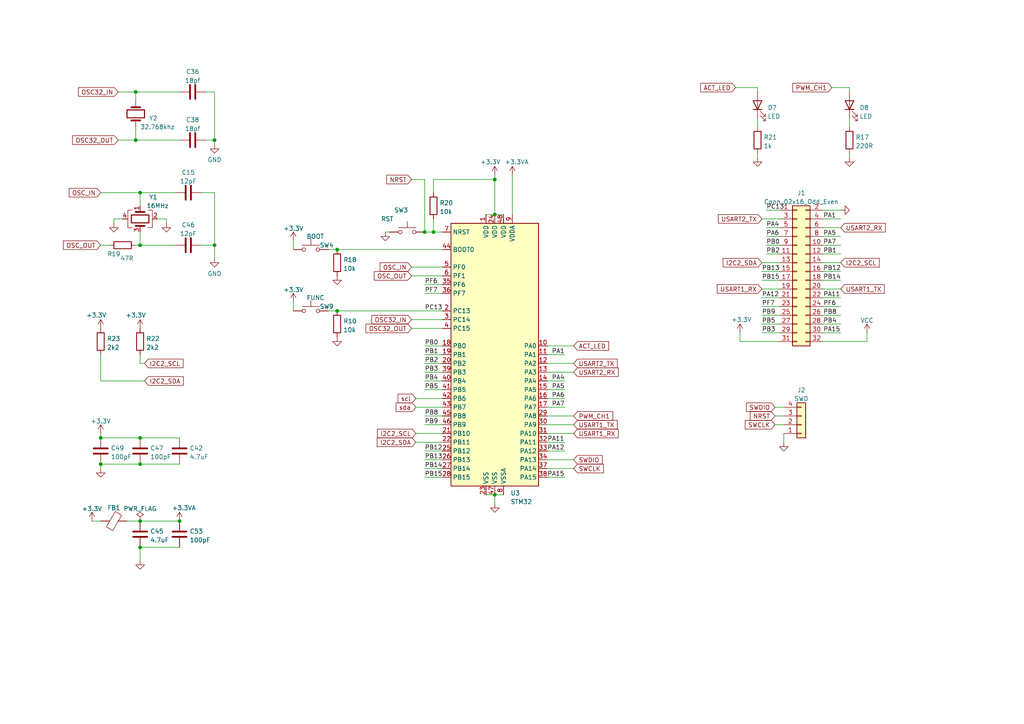
<source format=kicad_sch>
(kicad_sch (version 20211123) (generator eeschema)
  (paper "A4")
  (title_block (title "OzzyBoard Rev B") (date "2024-01-15") (rev "0.92"))
  (lib_symbols
    (symbol "Connector_Generic:Conn_01x04" (pin_names (offset 1.016) hide)
      (property "Reference" "J" (at 0 5.08 0))
      (property "Value" "Conn_01x04" (at 0 -7.62 0))
      (symbol "Conn_01x04_1_1"
        (rectangle (start -1.27 -4.953) (end 0 -5.207) (stroke (width 0.1524)))
        (rectangle (start -1.27 -2.413) (end 0 -2.667) (stroke (width 0.1524)))
        (rectangle (start -1.27 0.127) (end 0 -0.127) (stroke (width 0.1524)))
        (rectangle (start -1.27 2.667) (end 0 2.413) (stroke (width 0.1524)))
        (rectangle (start -1.27 3.81) (end 1.27 -6.35) (stroke (width 0.254)) (fill (type background)))
        (pin passive line (at -5.08 2.54 0) (length 3.81) (name "Pin_1") (number "1"))
        (pin passive line (at -5.08 0 0) (length 3.81) (name "Pin_2") (number "2"))
        (pin passive line (at -5.08 -2.54 0) (length 3.81) (name "Pin_3") (number "3"))
        (pin passive line (at -5.08 -5.08 0) (length 3.81) (name "Pin_4") (number "4"))
      )
    )
    (symbol "Connector_Generic:Conn_02x16_Odd_Even" (pin_names (offset 1.016) hide)
      (property "Reference" "J" (at 1.27 20.32 0))
      (property "Value" "Conn_02x16_Odd_Even" (at 1.27 -22.86 0))
      (symbol "Conn_02x16_Odd_Even_1_1"
        (rectangle (start -1.27 -20.193) (end 0 -20.447) (stroke (width 0.1524)))
        (rectangle (start -1.27 -17.653) (end 0 -17.907) (stroke (width 0.1524)))
        (rectangle (start -1.27 -15.113) (end 0 -15.367) (stroke (width 0.1524)))
        (rectangle (start -1.27 -12.573) (end 0 -12.827) (stroke (width 0.1524)))
        (rectangle (start -1.27 -10.033) (end 0 -10.287) (stroke (width 0.1524)))
        (rectangle (start -1.27 -7.493) (end 0 -7.747) (stroke (width 0.1524)))
        (rectangle (start -1.27 -4.953) (end 0 -5.207) (stroke (width 0.1524)))
        (rectangle (start -1.27 -2.413) (end 0 -2.667) (stroke (width 0.1524)))
        (rectangle (start -1.27 0.127) (end 0 -0.127) (stroke (width 0.1524)))
        (rectangle (start -1.27 2.667) (end 0 2.413) (stroke (width 0.1524)))
        (rectangle (start -1.27 5.207) (end 0 4.953) (stroke (width 0.1524)))
        (rectangle (start -1.27 7.747) (end 0 7.493) (stroke (width 0.1524)))
        (rectangle (start -1.27 10.287) (end 0 10.033) (stroke (width 0.1524)))
        (rectangle (start -1.27 12.827) (end 0 12.573) (stroke (width 0.1524)))
        (rectangle (start -1.27 15.367) (end 0 15.113) (stroke (width 0.1524)))
        (rectangle (start -1.27 17.907) (end 0 17.653) (stroke (width 0.1524)))
        (rectangle (start -1.27 19.05) (end 3.81 -21.59) (stroke (width 0.254)) (fill (type background)))
        (rectangle (start 3.81 -20.193) (end 2.54 -20.447) (stroke (width 0.1524)))
        (rectangle (start 3.81 -17.653) (end 2.54 -17.907) (stroke (width 0.1524)))
        (rectangle (start 3.81 -15.113) (end 2.54 -15.367) (stroke (width 0.1524)))
        (rectangle (start 3.81 -12.573) (end 2.54 -12.827) (stroke (width 0.1524)))
        (rectangle (start 3.81 -10.033) (end 2.54 -10.287) (stroke (width 0.1524)))
        (rectangle (start 3.81 -7.493) (end 2.54 -7.747) (stroke (width 0.1524)))
        (rectangle (start 3.81 -4.953) (end 2.54 -5.207) (stroke (width 0.1524)))
        (rectangle (start 3.81 -2.413) (end 2.54 -2.667) (stroke (width 0.1524)))
        (rectangle (start 3.81 0.127) (end 2.54 -0.127) (stroke (width 0.1524)))
        (rectangle (start 3.81 2.667) (end 2.54 2.413) (stroke (width 0.1524)))
        (rectangle (start 3.81 5.207) (end 2.54 4.953) (stroke (width 0.1524)))
        (rectangle (start 3.81 7.747) (end 2.54 7.493) (stroke (width 0.1524)))
        (rectangle (start 3.81 10.287) (end 2.54 10.033) (stroke (width 0.1524)))
        (rectangle (start 3.81 12.827) (end 2.54 12.573) (stroke (width 0.1524)))
        (rectangle (start 3.81 15.367) (end 2.54 15.113) (stroke (width 0.1524)))
        (rectangle (start 3.81 17.907) (end 2.54 17.653) (stroke (width 0.1524)))
        (pin passive line (at -5.08 17.78 0) (length 3.81) (name "Pin_1") (number "1"))
        (pin passive line (at 7.62 7.62 180) (length 3.81) (name "Pin_10") (number "10"))
        (pin passive line (at -5.08 5.08 0) (length 3.81) (name "Pin_11") (number "11"))
        (pin passive line (at 7.62 5.08 180) (length 3.81) (name "Pin_12") (number "12"))
        (pin passive line (at -5.08 2.54 0) (length 3.81) (name "Pin_13") (number "13"))
        (pin passive line (at 7.62 2.54 180) (length 3.81) (name "Pin_14") (number "14"))
        (pin passive line (at -5.08 0 0) (length 3.81) (name "Pin_15") (number "15"))
        (pin passive line (at 7.62 0 180) (length 3.81) (name "Pin_16") (number "16"))
        (pin passive line (at -5.08 -2.54 0) (length 3.81) (name "Pin_17") (number "17"))
        (pin passive line (at 7.62 -2.54 180) (length 3.81) (name "Pin_18") (number "18"))
        (pin passive line (at -5.08 -5.08 0) (length 3.81) (name "Pin_19") (number "19"))
        (pin passive line (at 7.62 17.78 180) (length 3.81) (name "Pin_2") (number "2"))
        (pin passive line (at 7.62 -5.08 180) (length 3.81) (name "Pin_20") (number "20"))
        (pin passive line (at -5.08 -7.62 0) (length 3.81) (name "Pin_21") (number "21"))
        (pin passive line (at 7.62 -7.62 180) (length 3.81) (name "Pin_22") (number "22"))
        (pin passive line (at -5.08 -10.16 0) (length 3.81) (name "Pin_23") (number "23"))
        (pin passive line (at 7.62 -10.16 180) (length 3.81) (name "Pin_24") (number "24"))
        (pin passive line (at -5.08 -12.7 0) (length 3.81) (name "Pin_25") (number "25"))
        (pin passive line (at 7.62 -12.7 180) (length 3.81) (name "Pin_26") (number "26"))
        (pin passive line (at -5.08 -15.24 0) (length 3.81) (name "Pin_27") (number "27"))
        (pin passive line (at 7.62 -15.24 180) (length 3.81) (name "Pin_28") (number "28"))
        (pin passive line (at -5.08 -17.78 0) (length 3.81) (name "Pin_29") (number "29"))
        (pin passive line (at -5.08 15.24 0) (length 3.81) (name "Pin_3") (number "3"))
        (pin passive line (at 7.62 -17.78 180) (length 3.81) (name "Pin_30") (number "30"))
        (pin passive line (at -5.08 -20.32 0) (length 3.81) (name "Pin_31") (number "31"))
        (pin passive line (at 7.62 -20.32 180) (length 3.81) (name "Pin_32") (number "32"))
        (pin passive line (at 7.62 15.24 180) (length 3.81) (name "Pin_4") (number "4"))
        (pin passive line (at -5.08 12.7 0) (length 3.81) (name "Pin_5") (number "5"))
        (pin passive line (at 7.62 12.7 180) (length 3.81) (name "Pin_6") (number "6"))
        (pin passive line (at -5.08 10.16 0) (length 3.81) (name "Pin_7") (number "7"))
        (pin passive line (at 7.62 10.16 180) (length 3.81) (name "Pin_8") (number "8"))
        (pin passive line (at -5.08 7.62 0) (length 3.81) (name "Pin_9") (number "9"))
      )
    )
    (symbol "Device:C" (pin_numbers hide) (pin_names (offset 0.254))
      (property "Reference" "C" (at 0.635 2.54 0))
      (property "Value" "C" (at 0.635 -2.54 0))
      (symbol "C_0_1"
        (polyline (pts (xy -2.032 -0.762) (xy 2.032 -0.762)) (stroke (width 0.508)))
        (polyline (pts (xy -2.032 0.762) (xy 2.032 0.762)) (stroke (width 0.508)))
      )
      (symbol "C_1_1"
        (pin passive line (at 0 3.81 270) (length 2.794) (name "~") (number "1"))
        (pin passive line (at 0 -3.81 90) (length 2.794) (name "~") (number "2"))
      )
    )
    (symbol "Device:Crystal" (pin_numbers hide) (pin_names (offset 1.016) hide)
      (property "Reference" "Y" (at 0 3.81 0))
      (property "Value" "Crystal" (at 0 -3.81 0))
      (symbol "Crystal_0_1"
        (rectangle (start -1.143 2.54) (end 1.143 -2.54) (stroke (width 0.3048)))
        (polyline (pts (xy -2.54 0) (xy -1.905 0)))
        (polyline (pts (xy -1.905 -1.27) (xy -1.905 1.27)) (stroke (width 0.508)))
        (polyline (pts (xy 1.905 -1.27) (xy 1.905 1.27)) (stroke (width 0.508)))
        (polyline (pts (xy 2.54 0) (xy 1.905 0)))
      )
      (symbol "Crystal_1_1"
        (pin passive line (at -3.81 0 0) (length 1.27) (name "1") (number "1"))
        (pin passive line (at 3.81 0 180) (length 1.27) (name "2") (number "2"))
      )
    )
    (symbol "Device:Crystal_GND24" (pin_names (offset 1.016) hide)
      (property "Reference" "Y" (at 3.175 5.08 0))
      (property "Value" "Crystal_GND24" (at 3.175 3.175 0))
      (symbol "Crystal_GND24_0_1"
        (rectangle (start -1.143 2.54) (end 1.143 -2.54) (stroke (width 0.3048)))
        (polyline (pts (xy -2.54 0) (xy -2.032 0)))
        (polyline (pts (xy -2.032 -1.27) (xy -2.032 1.27)) (stroke (width 0.508)))
        (polyline (pts (xy 0 -3.81) (xy 0 -3.556)))
        (polyline (pts (xy 0 3.556) (xy 0 3.81)))
        (polyline (pts (xy 2.032 -1.27) (xy 2.032 1.27)) (stroke (width 0.508)))
        (polyline (pts (xy 2.032 0) (xy 2.54 0)))
        (polyline (pts (xy -2.54 -2.286) (xy -2.54 -3.556) (xy 2.54 -3.556) (xy 2.54 -2.286)))
        (polyline (pts (xy -2.54 2.286) (xy -2.54 3.556) (xy 2.54 3.556) (xy 2.54 2.286)))
      )
      (symbol "Crystal_GND24_1_1"
        (pin passive line (at -3.81 0 0) (length 1.27) (name "1") (number "1"))
        (pin passive line (at 0 5.08 270) (length 1.27) (name "2") (number "2"))
        (pin passive line (at 3.81 0 180) (length 1.27) (name "3") (number "3"))
        (pin passive line (at 0 -5.08 90) (length 1.27) (name "4") (number "4"))
      )
    )
    (symbol "Device:FerriteBead" (pin_numbers hide) (pin_names (offset 0))
      (property "Reference" "FB" (at -3.81 0.635 90))
      (property "Value" "FerriteBead" (at 3.81 0 90))
      (symbol "FerriteBead_0_1"
        (polyline (pts (xy 0 -1.27) (xy 0 -1.2192)))
        (polyline (pts (xy 0 1.27) (xy 0 1.2954)))
        (polyline (pts (xy -2.7686 0.4064) (xy -1.7018 2.2606) (xy 2.7686 -0.3048) (xy 1.6764 -2.159) (xy -2.7686 0.4064)))
      )
      (symbol "FerriteBead_1_1"
        (pin passive line (at 0 3.81 270) (length 2.54) (name "~") (number "1"))
        (pin passive line (at 0 -3.81 90) (length 2.54) (name "~") (number "2"))
      )
    )
    (symbol "Device:LED" (pin_numbers hide) (pin_names (offset 1.016) hide)
      (property "Reference" "D" (at 0 2.54 0))
      (property "Value" "LED" (at 0 -2.54 0))
      (symbol "LED_0_1"
        (polyline (pts (xy -1.27 -1.27) (xy -1.27 1.27)) (stroke (width 0.254)))
        (polyline (pts (xy -1.27 0) (xy 1.27 0)))
        (polyline (pts (xy 1.27 -1.27) (xy 1.27 1.27) (xy -1.27 0) (xy 1.27 -1.27)) (stroke (width 0.254)))
        (polyline (pts (xy -3.048 -0.762) (xy -4.572 -2.286) (xy -3.81 -2.286) (xy -4.572 -2.286) (xy -4.572 -1.524)))
        (polyline (pts (xy -1.778 -0.762) (xy -3.302 -2.286) (xy -2.54 -2.286) (xy -3.302 -2.286) (xy -3.302 -1.524)))
      )
      (symbol "LED_1_1"
        (pin passive line (at -3.81 0 0) (length 2.54) (name "K") (number "1"))
        (pin passive line (at 3.81 0 180) (length 2.54) (name "A") (number "2"))
      )
    )
    (symbol "Device:R" (pin_numbers hide) (pin_names (offset 0))
      (property "Reference" "R" (at 2.032 0 90))
      (property "Value" "R" (at 0 0 90))
      (symbol "R_0_1"
        (rectangle (start -1.016 -2.54) (end 1.016 2.54) (stroke (width 0.254)))
      )
      (symbol "R_1_1"
        (pin passive line (at 0 3.81 270) (length 1.27) (name "~") (number "1"))
        (pin passive line (at 0 -3.81 90) (length 1.27) (name "~") (number "2"))
      )
    )
    (symbol "MCU_ST_STM32F0:STM32F030C8Tx"
      (property "Reference" "U" (at -12.7 39.37 0))
      (property "Value" "STM32F030C8Tx" (at 7.62 39.37 0))
      (symbol "STM32F030C8Tx_0_1"
        (rectangle (start -12.7 -38.1) (end 12.7 38.1) (stroke (width 0.254)) (fill (type background)))
      )
      (symbol "STM32F030C8Tx_1_1"
        (pin power_in line (at -2.54 40.64 270) (length 2.54) (name "VDD") (number "1"))
        (pin bidirectional line (at 15.24 2.54 180) (length 2.54) (name "PA0") (number "10"))
        (pin bidirectional line (at 15.24 0 180) (length 2.54) (name "PA1") (number "11"))
        (pin bidirectional line (at 15.24 -2.54 180) (length 2.54) (name "PA2") (number "12"))
        (pin bidirectional line (at 15.24 -5.08 180) (length 2.54) (name "PA3") (number "13"))
        (pin bidirectional line (at 15.24 -7.62 180) (length 2.54) (name "PA4") (number "14"))
        (pin bidirectional line (at 15.24 -10.16 180) (length 2.54) (name "PA5") (number "15"))
        (pin bidirectional line (at 15.24 -12.7 180) (length 2.54) (name "PA6") (number "16"))
        (pin bidirectional line (at 15.24 -15.24 180) (length 2.54) (name "PA7") (number "17"))
        (pin bidirectional line (at -15.24 2.54 0) (length 2.54) (name "PB0") (number "18"))
        (pin bidirectional line (at -15.24 0 0) (length 2.54) (name "PB1") (number "19"))
        (pin bidirectional line (at -15.24 12.7 0) (length 2.54) (name "PC13") (number "2"))
        (pin bidirectional line (at -15.24 -2.54 0) (length 2.54) (name "PB2") (number "20"))
        (pin bidirectional line (at -15.24 -22.86 0) (length 2.54) (name "PB10") (number "21"))
        (pin bidirectional line (at -15.24 -25.4 0) (length 2.54) (name "PB11") (number "22"))
        (pin power_in line (at -2.54 -40.64 90) (length 2.54) (name "VSS") (number "23"))
        (pin power_in line (at 0 40.64 270) (length 2.54) (name "VDD") (number "24"))
        (pin bidirectional line (at -15.24 -27.94 0) (length 2.54) (name "PB12") (number "25"))
        (pin bidirectional line (at -15.24 -30.48 0) (length 2.54) (name "PB13") (number "26"))
        (pin bidirectional line (at -15.24 -33.02 0) (length 2.54) (name "PB14") (number "27"))
        (pin bidirectional line (at -15.24 -35.56 0) (length 2.54) (name "PB15") (number "28"))
        (pin bidirectional line (at 15.24 -17.78 180) (length 2.54) (name "PA8") (number "29"))
        (pin bidirectional line (at -15.24 10.16 0) (length 2.54) (name "PC14") (number "3"))
        (pin bidirectional line (at 15.24 -20.32 180) (length 2.54) (name "PA9") (number "30"))
        (pin bidirectional line (at 15.24 -22.86 180) (length 2.54) (name "PA10") (number "31"))
        (pin bidirectional line (at 15.24 -25.4 180) (length 2.54) (name "PA11") (number "32"))
        (pin bidirectional line (at 15.24 -27.94 180) (length 2.54) (name "PA12") (number "33"))
        (pin bidirectional line (at 15.24 -30.48 180) (length 2.54) (name "PA13") (number "34"))
        (pin bidirectional line (at -15.24 20.32 0) (length 2.54) (name "PF6") (number "35"))
        (pin bidirectional line (at -15.24 17.78 0) (length 2.54) (name "PF7") (number "36"))
        (pin bidirectional line (at 15.24 -33.02 180) (length 2.54) (name "PA14") (number "37"))
        (pin bidirectional line (at 15.24 -35.56 180) (length 2.54) (name "PA15") (number "38"))
        (pin bidirectional line (at -15.24 -5.08 0) (length 2.54) (name "PB3") (number "39"))
        (pin bidirectional line (at -15.24 7.62 0) (length 2.54) (name "PC15") (number "4"))
        (pin bidirectional line (at -15.24 -7.62 0) (length 2.54) (name "PB4") (number "40"))
        (pin bidirectional line (at -15.24 -10.16 0) (length 2.54) (name "PB5") (number "41"))
        (pin bidirectional line (at -15.24 -12.7 0) (length 2.54) (name "PB6") (number "42"))
        (pin bidirectional line (at -15.24 -15.24 0) (length 2.54) (name "PB7") (number "43"))
        (pin input line (at -15.24 30.48 0) (length 2.54) (name "BOOT0") (number "44"))
        (pin bidirectional line (at -15.24 -17.78 0) (length 2.54) (name "PB8") (number "45"))
        (pin bidirectional line (at -15.24 -20.32 0) (length 2.54) (name "PB9") (number "46"))
        (pin power_in line (at 0 -40.64 90) (length 2.54) (name "VSS") (number "47"))
        (pin power_in line (at 2.54 40.64 270) (length 2.54) (name "VDD") (number "48"))
        (pin input line (at -15.24 25.4 0) (length 2.54) (name "PF0") (number "5"))
        (pin input line (at -15.24 22.86 0) (length 2.54) (name "PF1") (number "6"))
        (pin input line (at -15.24 35.56 0) (length 2.54) (name "NRST") (number "7"))
        (pin power_in line (at 2.54 -40.64 90) (length 2.54) (name "VSSA") (number "8"))
        (pin power_in line (at 5.08 40.64 270) (length 2.54) (name "VDDA") (number "9"))
      )
    )
    (symbol "Switch:SW_Push" (pin_numbers hide) (pin_names (offset 1.016) hide)
      (property "Reference" "SW" (at 1.27 2.54 0))
      (property "Value" "SW_Push" (at 0 -1.524 0))
      (symbol "SW_Push_0_1"
        (circle (center -2.032 0) (radius 0.508))
        (polyline (pts (xy 0 1.27) (xy 0 3.048)))
        (polyline (pts (xy 2.54 1.27) (xy -2.54 1.27)))
        (circle (center 2.032 0) (radius 0.508))
        (pin passive line (at -5.08 0 0) (length 2.54) (name "1") (number "1"))
        (pin passive line (at 5.08 0 180) (length 2.54) (name "2") (number "2"))
      )
    )
    (symbol "power:+3.3V" (power) (pin_names (offset 0))
      (property "Value" "+3.3V" (at 0 3.556 0))
      (symbol "+3.3V_0_1"
        (polyline (pts (xy -0.762 1.27) (xy 0 2.54)))
        (polyline (pts (xy 0 0) (xy 0 2.54)))
        (polyline (pts (xy 0 2.54) (xy 0.762 1.27)))
      )
      (symbol "+3.3V_1_1"
        (pin power_in line (at 0 0 90) (length 0) hide (name "+3.3V") (number "1"))
      )
    )
    (symbol "power:+3.3VA" (power) (pin_names (offset 0))
      (property "Value" "+3.3VA" (at 0 3.556 0))
      (symbol "+3.3VA_0_1"
        (polyline (pts (xy -0.762 1.27) (xy 0 2.54)))
        (polyline (pts (xy 0 0) (xy 0 2.54)))
        (polyline (pts (xy 0 2.54) (xy 0.762 1.27)))
      )
      (symbol "+3.3VA_1_1"
        (pin power_in line (at 0 0 90) (length 0) hide (name "+3.3VA") (number "1"))
      )
    )
    (symbol "power:GND" (power) (pin_names (offset 0))
      (property "Value" "GND" (at 0 -3.81 0))
      (symbol "GND_0_1"
        (polyline (pts (xy 0 0) (xy 0 -1.27) (xy 1.27 -1.27) (xy 0 -2.54) (xy -1.27 -1.27) (xy 0 -1.27)))
      )
      (symbol "GND_1_1"
        (pin power_in line (at 0 0 270) (length 0) hide (name "GND") (number "1"))
      )
    )
    (symbol "power:PWR_FLAG" (power) (pin_numbers hide) (pin_names (offset 0) hide)
      (property "Value" "PWR_FLAG" (at 0 3.81 0))
      (symbol "PWR_FLAG_0_0"
        (pin power_out line (at 0 0 90) (length 0) (name "pwr") (number "1"))
      )
      (symbol "PWR_FLAG_0_1"
        (polyline (pts (xy 0 0) (xy 0 1.27) (xy -1.016 1.905) (xy 0 2.54) (xy 1.016 1.905) (xy 0 1.27)))
      )
    )
    (symbol "power:VCC" (power) (pin_names (offset 0))
      (property "Value" "VCC" (at 0 3.81 0))
      (symbol "VCC_0_1"
        (polyline (pts (xy -0.762 1.27) (xy 0 2.54)))
        (polyline (pts (xy 0 0) (xy 0 2.54)))
        (polyline (pts (xy 0 2.54) (xy 0.762 1.27)))
      )
      (symbol "VCC_1_1"
        (pin power_in line (at 0 0 90) (length 0) hide (name "VCC") (number "1"))
      )
    )
  )
  (junction (at 39.37 26.67))
  (junction (at 62.23 71.12))
  (junction (at 40.64 158.75))
  (junction (at 52.07 151.13))
  (junction (at 39.37 40.64))
  (junction (at 40.64 151.13))
  (junction (at 40.64 55.88))
  (junction (at 143.51 62.23))
  (junction (at 143.51 52.07))
  (junction (at 40.64 71.12))
  (junction (at 29.21 127))
  (junction (at 97.79 72.39))
  (junction (at 40.64 134.62))
  (junction (at 29.21 134.62))
  (junction (at 125.73 67.31))
  (junction (at 40.64 127))
  (junction (at 143.51 143.51))
  (junction (at 62.23 40.64))
  (junction (at 97.79 90.17))
  (junction (at 123.19 67.31))
  (wire (pts (xy 40.64 134.62) (xy 52.07 134.62)))
  (wire (pts (xy 40.64 102.87) (xy 40.64 105.41)))
  (wire (pts (xy 39.37 26.67) (xy 39.37 29.21)))
  (wire (pts (xy 95.25 90.17) (xy 97.79 90.17)))
  (wire (pts (xy 158.75 120.65) (xy 166.37 120.65)))
  (wire (pts (xy 119.38 80.01) (xy 128.27 80.01)))
  (wire (pts (xy 36.83 151.13) (xy 40.64 151.13)))
  (wire (pts (xy 222.25 60.96) (xy 226.06 60.96)))
  (wire (pts (xy 123.19 52.07) (xy 123.19 67.31)))
  (wire (pts (xy 34.29 40.64) (xy 39.37 40.64)))
  (wire (pts (xy 238.76 71.12) (xy 243.84 71.12)))
  (wire (pts (xy 29.21 55.88) (xy 40.64 55.88)))
  (wire (pts (xy 123.19 102.87) (xy 128.27 102.87)))
  (wire (pts (xy 125.73 67.31) (xy 128.27 67.31)))
  (wire (pts (xy 40.64 67.31) (xy 40.64 71.12)))
  (wire (pts (xy 119.38 52.07) (xy 123.19 52.07)))
  (wire (pts (xy 52.07 158.75) (xy 40.64 158.75)))
  (wire (pts (xy 220.98 91.44) (xy 226.06 91.44)))
  (wire (pts (xy 238.76 76.2) (xy 243.84 76.2)))
  (wire (pts (xy 40.64 59.69) (xy 40.64 55.88)))
  (wire (pts (xy 220.98 76.2) (xy 226.06 76.2)))
  (wire (pts (xy 158.75 100.33) (xy 166.37 100.33)))
  (wire (pts (xy 222.25 71.12) (xy 226.06 71.12)))
  (wire (pts (xy 62.23 71.12) (xy 62.23 74.93)))
  (wire (pts (xy 62.23 26.67) (xy 62.23 40.64)))
  (wire (pts (xy 143.51 143.51) (xy 146.05 143.51)))
  (wire (pts (xy 123.19 85.09) (xy 128.27 85.09)))
  (wire (pts (xy 52.07 40.64) (xy 39.37 40.64)))
  (wire (pts (xy 29.21 71.12) (xy 31.75 71.12)))
  (wire (pts (xy 213.36 25.4) (xy 219.71 25.4)))
  (wire (pts (xy 123.19 107.95) (xy 128.27 107.95)))
  (wire (pts (xy 238.76 73.66) (xy 243.84 73.66)))
  (wire (pts (xy 29.21 127) (xy 40.64 127)))
  (wire (pts (xy 45.72 63.5) (xy 48.26 63.5)))
  (wire (pts (xy 158.75 110.49) (xy 163.83 110.49)))
  (wire (pts (xy 123.19 133.35) (xy 128.27 133.35)))
  (wire (pts (xy 158.75 115.57) (xy 163.83 115.57)))
  (wire (pts (xy 219.71 26.67) (xy 219.71 25.4)))
  (wire (pts (xy 123.19 135.89) (xy 128.27 135.89)))
  (wire (pts (xy 120.65 125.73) (xy 128.27 125.73)))
  (wire (pts (xy 62.23 40.64) (xy 59.69 40.64)))
  (wire (pts (xy 158.75 135.89) (xy 166.37 135.89)))
  (wire (pts (xy 158.75 102.87) (xy 163.83 102.87)))
  (wire (pts (xy 143.51 62.23) (xy 146.05 62.23)))
  (wire (pts (xy 238.76 99.06) (xy 251.46 99.06)))
  (wire (pts (xy 120.65 115.57) (xy 128.27 115.57)))
  (wire (pts (xy 227.33 125.73) (xy 227.33 128.27)))
  (wire (pts (xy 158.75 105.41) (xy 166.37 105.41)))
  (wire (pts (xy 222.25 73.66) (xy 226.06 73.66)))
  (wire (pts (xy 52.07 26.67) (xy 39.37 26.67)))
  (wire (pts (xy 123.19 105.41) (xy 128.27 105.41)))
  (wire (pts (xy 220.98 78.74) (xy 226.06 78.74)))
  (wire (pts (xy 143.51 50.8) (xy 143.51 52.07)))
  (wire (pts (xy 224.79 120.65) (xy 227.33 120.65)))
  (wire (pts (xy 224.79 123.19) (xy 227.33 123.19)))
  (wire (pts (xy 62.23 40.64) (xy 62.23 41.91)))
  (wire (pts (xy 85.09 69.85) (xy 85.09 72.39)))
  (wire (pts (xy 29.21 134.62) (xy 40.64 134.62)))
  (wire (pts (xy 238.76 68.58) (xy 243.84 68.58)))
  (wire (pts (xy 119.38 77.47) (xy 128.27 77.47)))
  (wire (pts (xy 40.64 158.75) (xy 40.64 162.56)))
  (wire (pts (xy 97.79 90.17) (xy 128.27 90.17)))
  (wire (pts (xy 62.23 55.88) (xy 62.23 71.12)))
  (wire (pts (xy 246.38 44.45) (xy 246.38 45.72)))
  (wire (pts (xy 120.65 128.27) (xy 128.27 128.27)))
  (wire (pts (xy 40.64 105.41) (xy 41.91 105.41)))
  (wire (pts (xy 158.75 130.81) (xy 163.83 130.81)))
  (wire (pts (xy 220.98 63.5) (xy 226.06 63.5)))
  (wire (pts (xy 214.63 99.06) (xy 226.06 99.06)))
  (wire (pts (xy 222.25 66.04) (xy 226.06 66.04)))
  (wire (pts (xy 158.75 113.03) (xy 163.83 113.03)))
  (wire (pts (xy 214.63 96.52) (xy 214.63 99.06)))
  (wire (pts (xy 158.75 133.35) (xy 166.37 133.35)))
  (wire (pts (xy 220.98 96.52) (xy 226.06 96.52)))
  (wire (pts (xy 224.79 118.11) (xy 227.33 118.11)))
  (wire (pts (xy 123.19 123.19) (xy 128.27 123.19)))
  (wire (pts (xy 158.75 123.19) (xy 166.37 123.19)))
  (wire (pts (xy 123.19 82.55) (xy 128.27 82.55)))
  (wire (pts (xy 238.76 66.04) (xy 243.84 66.04)))
  (wire (pts (xy 120.65 118.11) (xy 128.27 118.11)))
  (wire (pts (xy 222.25 68.58) (xy 226.06 68.58)))
  (wire (pts (xy 158.75 138.43) (xy 163.83 138.43)))
  (wire (pts (xy 238.76 81.28) (xy 243.84 81.28)))
  (wire (pts (xy 238.76 86.36) (xy 243.84 86.36)))
  (wire (pts (xy 220.98 86.36) (xy 226.06 86.36)))
  (wire (pts (xy 39.37 36.83) (xy 39.37 40.64)))
  (wire (pts (xy 238.76 78.74) (xy 243.84 78.74)))
  (wire (pts (xy 125.73 63.5) (xy 125.73 67.31)))
  (wire (pts (xy 238.76 83.82) (xy 243.84 83.82)))
  (wire (pts (xy 238.76 88.9) (xy 243.84 88.9)))
  (wire (pts (xy 238.76 60.96) (xy 243.84 60.96)))
  (wire (pts (xy 59.69 26.67) (xy 62.23 26.67)))
  (wire (pts (xy 246.38 25.4) (xy 246.38 26.67)))
  (wire (pts (xy 29.21 102.87) (xy 29.21 110.49)))
  (wire (pts (xy 238.76 93.98) (xy 243.84 93.98)))
  (wire (pts (xy 158.75 128.27) (xy 163.83 128.27)))
  (wire (pts (xy 123.19 120.65) (xy 128.27 120.65)))
  (wire (pts (xy 40.64 151.13) (xy 52.07 151.13)))
  (wire (pts (xy 48.26 63.5) (xy 48.26 64.77)))
  (wire (pts (xy 219.71 44.45) (xy 219.71 45.72)))
  (wire (pts (xy 238.76 63.5) (xy 243.84 63.5)))
  (wire (pts (xy 143.51 143.51) (xy 143.51 146.05)))
  (wire (pts (xy 238.76 96.52) (xy 243.84 96.52)))
  (wire (pts (xy 119.38 95.25) (xy 128.27 95.25)))
  (wire (pts (xy 125.73 52.07) (xy 143.51 52.07)))
  (wire (pts (xy 40.64 71.12) (xy 50.8 71.12)))
  (wire (pts (xy 241.3 25.4) (xy 246.38 25.4)))
  (wire (pts (xy 33.02 63.5) (xy 35.56 63.5)))
  (wire (pts (xy 220.98 81.28) (xy 226.06 81.28)))
  (wire (pts (xy 125.73 55.88) (xy 125.73 52.07)))
  (wire (pts (xy 123.19 110.49) (xy 128.27 110.49)))
  (wire (pts (xy 123.19 130.81) (xy 128.27 130.81)))
  (wire (pts (xy 123.19 113.03) (xy 128.27 113.03)))
  (wire (pts (xy 158.75 107.95) (xy 166.37 107.95)))
  (wire (pts (xy 39.37 71.12) (xy 40.64 71.12)))
  (wire (pts (xy 26.67 151.13) (xy 29.21 151.13)))
  (wire (pts (xy 29.21 110.49) (xy 41.91 110.49)))
  (wire (pts (xy 95.25 72.39) (xy 97.79 72.39)))
  (wire (pts (xy 85.09 87.63) (xy 85.09 90.17)))
  (wire (pts (xy 143.51 52.07) (xy 143.51 62.23)))
  (wire (pts (xy 34.29 26.67) (xy 39.37 26.67)))
  (wire (pts (xy 97.79 72.39) (xy 128.27 72.39)))
  (wire (pts (xy 140.97 62.23) (xy 143.51 62.23)))
  (wire (pts (xy 113.03 67.31) (xy 111.76 67.31)))
  (wire (pts (xy 220.98 88.9) (xy 226.06 88.9)))
  (wire (pts (xy 251.46 99.06) (xy 251.46 96.52)))
  (wire (pts (xy 29.21 134.62) (xy 29.21 135.89)))
  (wire (pts (xy 40.64 55.88) (xy 50.8 55.88)))
  (wire (pts (xy 148.59 50.8) (xy 148.59 62.23)))
  (wire (pts (xy 219.71 34.29) (xy 219.71 36.83)))
  (wire (pts (xy 220.98 93.98) (xy 226.06 93.98)))
  (wire (pts (xy 123.19 67.31) (xy 125.73 67.31)))
  (wire (pts (xy 158.75 118.11) (xy 163.83 118.11)))
  (wire (pts (xy 119.38 92.71) (xy 128.27 92.71)))
  (wire (pts (xy 33.02 64.77) (xy 33.02 63.5)))
  (wire (pts (xy 158.75 125.73) (xy 166.37 125.73)))
  (wire (pts (xy 140.97 143.51) (xy 143.51 143.51)))
  (wire (pts (xy 238.76 91.44) (xy 243.84 91.44)))
  (wire (pts (xy 40.64 127) (xy 52.07 127)))
  (wire (pts (xy 220.98 83.82) (xy 226.06 83.82)))
  (wire (pts (xy 58.42 71.12) (xy 62.23 71.12)))
  (wire (pts (xy 29.21 125.73) (xy 29.21 127)))
  (wire (pts (xy 58.42 55.88) (xy 62.23 55.88)))
  (wire (pts (xy 246.38 34.29) (xy 246.38 36.83)))
  (wire (pts (xy 123.19 100.33) (xy 128.27 100.33)))
  (wire (pts (xy 123.19 138.43) (xy 128.27 138.43)))
  (label "PB15" (at 220.98 81.28 0))
  (label "PA11" (at 158.75 128.27 0))
  (label "PA5" (at 238.76 68.58 0))
  (label "PA4" (at 222.25 66.04 0))
  (label "PB12" (at 123.19 130.81 0))
  (label "PA15" (at 238.76 96.52 0))
  (label "PA7" (at 238.76 71.12 0))
  (label "PB14" (at 238.76 81.28 0))
  (label "PA1" (at 238.76 63.5 0))
  (label "PA6" (at 160.02 115.57 0))
  (label "PA6" (at 222.25 68.58 0))
  (label "PB13" (at 220.98 78.74 0))
  (label "PB4" (at 238.76 93.98 0))
  (label "PF7" (at 220.98 88.9 0))
  (label "PB3" (at 220.98 96.52 0))
  (label "PB1" (at 123.19 102.87 0))
  (label "PB0" (at 123.19 100.33 0))
  (label "PB0" (at 222.25 71.12 0))
  (label "PA15" (at 158.75 138.43 0))
  (label "PB4" (at 123.19 110.49 0))
  (label "PB1" (at 238.76 73.66 0))
  (label "PA12" (at 220.98 86.36 0))
  (label "PB15" (at 123.19 138.43 0))
  (label "PB12" (at 238.76 78.74 0))
  (label "PA1" (at 160.02 102.87 0))
  (label "PB8" (at 123.19 120.65 0))
  (label "PA5" (at 160.02 113.03 0))
  (label "PA11" (at 238.76 86.36 0))
  (label "PB3" (at 123.19 107.95 0))
  (label "PF6" (at 123.19 82.55 0))
  (label "PB9" (at 220.98 91.44 0))
  (label "PC13" (at 222.3007 60.96 0))
  (label "PA7" (at 160.02 118.11 0))
  (label "PB13" (at 123.19 133.35 0))
  (label "PF7" (at 123.19 85.09 0))
  (label "PB8" (at 238.76 91.44 0))
  (label "PB2" (at 222.25 73.66 0))
  (label "PA12" (at 158.75 130.81 0))
  (label "PB5" (at 220.98 93.98 0))
  (label "PB2" (at 123.19 105.41 0))
  (label "PA4" (at 160.02 110.49 0))
  (label "PF6" (at 238.76 88.9 0))
  (label "PB14" (at 123.19 135.89 0))
  (label "PB5" (at 123.19 113.03 0))
  (label "PC13" (at 123.19 90.17 0))
  (label "PB9" (at 123.19 123.19 0))
  (global_label "SWCLK" (shape input) (at 166.37 135.89 0) (property "Intersheet References" "${INTERSHEET_REFS}" (effects hide)))
  (global_label "USART1_TX" (shape input) (at 166.37 123.19 0) (property "Intersheet References" "${INTERSHEET_REFS}" (effects hide)))
  (global_label "OSC32_IN" (shape input) (at 119.38 92.71 180) (property "Intersheet References" "${INTERSHEET_REFS}" (effects hide)))
  (global_label "USART1_RX" (shape input) (at 220.98 83.82 180) (property "Intersheet References" "${INTERSHEET_REFS}" (effects hide)))
  (global_label "OSC32_OUT" (shape input) (at 119.38 95.25 180) (property "Intersheet References" "${INTERSHEET_REFS}" (effects hide)))
  (global_label "NRST" (shape input) (at 119.38 52.07 180) (property "Intersheet References" "${INTERSHEET_REFS}" (effects hide)))
  (global_label "OSC_IN" (shape input) (at 29.21 55.88 180) (property "Intersheet References" "${INTERSHEET_REFS}" (effects hide)))
  (global_label "SWDIO" (shape input) (at 224.79 118.11 180) (property "Intersheet References" "${INTERSHEET_REFS}" (effects hide)))
  (global_label "I2C2_SDA" (shape input) (at 41.91 110.49 0) (property "Intersheet References" "${INTERSHEET_REFS}" (effects hide)))
  (global_label "I2C2_SDA" (shape input) (at 220.98 76.2 180) (property "Intersheet References" "${INTERSHEET_REFS}" (effects hide)))
  (global_label "USART1_RX" (shape input) (at 166.37 125.73 0) (property "Intersheet References" "${INTERSHEET_REFS}" (effects hide)))
  (global_label "OSC_OUT" (shape input) (at 119.38 80.01 180) (property "Intersheet References" "${INTERSHEET_REFS}" (effects hide)))
  (global_label "PWM_CH1" (shape input) (at 166.37 120.65 0) (property "Intersheet References" "${INTERSHEET_REFS}" (effects hide)))
  (global_label "I2C2_SCL" (shape input) (at 243.84 76.2 0) (property "Intersheet References" "${INTERSHEET_REFS}" (effects hide)))
  (global_label "OSC32_OUT" (shape input) (at 34.29 40.64 180) (property "Intersheet References" "${INTERSHEET_REFS}" (effects hide)))
  (global_label "I2C2_SCL" (shape input) (at 120.65 125.73 180) (property "Intersheet References" "${INTERSHEET_REFS}" (effects hide)))
  (global_label "ACT_LED" (shape input) (at 166.37 100.33 0) (property "Intersheet References" "${INTERSHEET_REFS}" (effects hide)))
  (global_label "USART2_RX" (shape input) (at 243.84 66.04 0) (property "Intersheet References" "${INTERSHEET_REFS}" (effects hide)))
  (global_label "SWCLK" (shape input) (at 224.79 123.19 180) (property "Intersheet References" "${INTERSHEET_REFS}" (effects hide)))
  (global_label "I2C2_SDA" (shape input) (at 120.65 128.27 180) (property "Intersheet References" "${INTERSHEET_REFS}" (effects hide)))
  (global_label "USART2_RX" (shape input) (at 166.37 107.95 0) (property "Intersheet References" "${INTERSHEET_REFS}" (effects hide)))
  (global_label "USART2_TX" (shape input) (at 220.98 63.5 180) (property "Intersheet References" "${INTERSHEET_REFS}" (effects hide)))
  (global_label "USART1_TX" (shape input) (at 243.84 83.82 0) (property "Intersheet References" "${INTERSHEET_REFS}" (effects hide)))
  (global_label "I2C2_SCL" (shape input) (at 41.91 105.41 0) (property "Intersheet References" "${INTERSHEET_REFS}" (effects hide)))
  (global_label "USART2_TX" (shape input) (at 166.37 105.41 0) (property "Intersheet References" "${INTERSHEET_REFS}" (effects hide)))
  (global_label "OSC_IN" (shape input) (at 119.38 77.47 180) (property "Intersheet References" "${INTERSHEET_REFS}" (effects hide)))
  (global_label "NRST" (shape input) (at 224.79 120.65 180) (property "Intersheet References" "${INTERSHEET_REFS}" (effects hide)))
  (global_label "OSC32_IN" (shape input) (at 34.29 26.67 180) (property "Intersheet References" "${INTERSHEET_REFS}" (effects hide)))
  (global_label "sda" (shape input) (at 120.65 118.11 180) (property "Intersheet References" "${INTERSHEET_REFS}" (effects hide)))
  (global_label "ACT_LED" (shape input) (at 213.36 25.4 180) (property "Intersheet References" "${INTERSHEET_REFS}" (effects hide)))
  (global_label "OSC_OUT" (shape input) (at 29.21 71.12 180) (property "Intersheet References" "${INTERSHEET_REFS}" (effects hide)))
  (global_label "SWDIO" (shape input) (at 166.37 133.35 0) (property "Intersheet References" "${INTERSHEET_REFS}" (effects hide)))
  (global_label "PWM_CH1" (shape input) (at 241.3 25.4 180) (property "Intersheet References" "${INTERSHEET_REFS}" (effects hide)))
  (global_label "scl" (shape input) (at 120.65 115.57 180) (property "Intersheet References" "${INTERSHEET_REFS}" (effects hide)))
  (symbol (lib_id "power:GND") (at 29.21 135.89 0) (unit 1)
    (property "Reference" "#PWR0116" (effects hide))
    (property "Value" "GND" (effects hide))
  )
  (symbol (lib_id "Device:C") (at 55.88 40.64 90) (unit 1)
    (property "Reference" "C38" (at 55.88 34.7812 90))
    (property "Value" "18pf" (at 55.88 37.3181 90))
    (property "Footprint" "Capacitor_SMD:C_0402_1005Metric" (effects hide))
    (property "LCSC" "C1549" (effects hide))
  )
  (symbol (lib_id "power:+3.3VA") (at 52.07 151.13 0) (unit 1)
    (property "Reference" "#PWR0134" (effects hide))
    (property "Value" "+3.3VA" (at 53.34 147.32 0))
  )
  (symbol (lib_id "MCU_ST_STM32F0:STM32F030C8Tx") (at 143.51 102.87 0) (unit 1)
    (property "Reference" "U3" (at 148.0694 143.0004 0) (effects (justify left)))
    (property "Value" "STM32" (at 148.0694 145.5373 0) (effects (justify left)))
    (property "Footprint" "Package_QFP:LQFP-48_7x7mm_P0.5mm" (effects hide))
    (property "Datasheet" "http://www.st.com/st-web-ui/static/active/en/resource/technical/document/datasheet/DM00088500.pdf" (effects hide))
    (property "LCSC" "C23922" (effects hide))
  )
  (symbol (lib_id "Switch:SW_Push") (at 90.17 90.17 0) (mirror y) (unit 1)
    (property "Reference" "SW9" (at 92.71 88.9 0) (effects (justify right)))
    (property "Value" "FUNC" (at 88.9 86.36 0) (effects (justify right)))
    (property "Footprint" "Button_Switch_SMD:SW_SPST_TL3342" (effects hide))
    (property "LCSC" "C318884" (effects hide))
  )
  (symbol (lib_id "Device:C") (at 54.61 71.12 90) (unit 1)
    (property "Reference" "C46" (at 54.61 65.2612 90))
    (property "Value" "12pF" (at 54.61 67.7981 90))
    (property "Footprint" "Capacitor_SMD:C_0402_1005Metric" (effects hide))
    (property "LCSC" "C1547" (effects hide))
  )
  (symbol (lib_id "power:GND") (at 33.02 64.77 0) (unit 1)
    (property "Reference" "#PWR0107" (effects hide))
    (property "Value" "GND" (effects hide))
  )
  (symbol (lib_id "power:GND") (at 62.23 41.91 0) (unit 1)
    (property "Reference" "#PWR0109" (effects hide))
    (property "Value" "GND" (at 62.23 46.3534 0))
  )
  (symbol (lib_id "power:+3.3V") (at 143.51 50.8 0) (unit 1)
    (property "Reference" "#PWR020" (effects hide))
    (property "Value" "+3.3V" (at 142.24 46.99 0))
  )
  (symbol (lib_id "power:GND") (at 219.71 45.72 0) (unit 1)
    (property "Reference" "#PWR0136" (effects hide))
    (property "Value" "GND" (effects hide))
  )
  (symbol (lib_id "Device:LED") (at 246.38 30.48 90) (unit 1)
    (property "Reference" "D8" (at 249.301 31.2328 90) (effects (justify right)))
    (property "Value" "LED" (at 249.301 33.7697 90) (effects (justify right)))
    (property "Footprint" "LED_SMD:LED_0603_1608Metric" (effects hide))
    (property "LCSC" "C72043" (effects hide))
  )
  (symbol (lib_id "power:GND") (at 111.76 67.31 0) (unit 1)
    (property "Reference" "#PWR019" (effects hide))
    (property "Value" "GND" (effects hide))
  )
  (symbol (lib_id "Device:R") (at 40.64 99.06 180) (unit 1)
    (property "Reference" "R22" (at 42.418 98.2253 0) (effects (justify right)))
    (property "Value" "2k2" (at 42.418 100.7622 0) (effects (justify right)))
    (property "Footprint" "Resistor_SMD:R_0402_1005Metric" (effects hide))
    (property "LCSC" "C25879" (effects hide))
  )
  (symbol (lib_id "Device:C") (at 52.07 130.81 180) (unit 1)
    (property "Reference" "C42" (at 54.991 129.9753 0) (effects (justify right)))
    (property "Value" "4.7uF" (at 54.991 132.5122 0) (effects (justify right)))
    (property "Footprint" "Capacitor_SMD:C_0402_1005Metric" (effects hide))
    (property "LCSC" "C23733" (effects hide))
  )
  (symbol (lib_id "Switch:SW_Push") (at 90.17 72.39 0) (mirror y) (unit 1)
    (property "Reference" "SW4" (at 92.71 71.12 0) (effects (justify right)))
    (property "Value" "BOOT" (at 88.9 68.58 0) (effects (justify right)))
    (property "Footprint" "Button_Switch_SMD:SW_SPST_TL3342" (effects hide))
    (property "LCSC" "C318884" (effects hide))
  )
  (symbol (lib_id "Device:FerriteBead") (at 33.02 151.13 270) (unit 1)
    (property "Reference" "FB1" (at 33.02 147.32 90))
    (property "Value" "FerriteBead" (effects hide))
    (property "Footprint" "Resistor_SMD:R_0805_2012Metric" (effects hide))
    (property "LCSC" "C1017" (effects hide))
  )
  (symbol (lib_id "Device:C") (at 52.07 154.94 180) (unit 1)
    (property "Reference" "C53" (at 54.991 154.1053 0) (effects (justify right)))
    (property "Value" "100pF" (at 54.991 156.6422 0) (effects (justify right)))
    (property "Footprint" "Capacitor_SMD:C_0402_1005Metric" (effects hide))
    (property "LCSC" "C1546" (effects hide))
  )
  (symbol (lib_id "power:+3.3V") (at 26.67 151.13 0) (unit 1)
    (property "Reference" "#PWR0113" (effects hide))
    (property "Value" "+3.3V" (at 26.67 147.5542 0))
  )
  (symbol (lib_id "Device:C") (at 29.21 130.81 180) (unit 1)
    (property "Reference" "C49" (at 32.131 129.9753 0) (effects (justify right)))
    (property "Value" "100pF" (at 32.131 132.5122 0) (effects (justify right)))
    (property "Footprint" "Capacitor_SMD:C_0402_1005Metric" (effects hide))
    (property "LCSC" "C1546" (effects hide))
  )
  (symbol (lib_id "Device:C") (at 54.61 55.88 90) (unit 1)
    (property "Reference" "C15" (at 54.61 50.0212 90))
    (property "Value" "12pF" (at 54.61 52.5581 90))
    (property "Footprint" "Capacitor_SMD:C_0402_1005Metric" (effects hide))
    (property "LCSC" "C1547" (effects hide))
  )
  (symbol (lib_id "power:GND") (at 62.23 74.93 0) (unit 1)
    (property "Reference" "#PWR0110" (effects hide))
    (property "Value" "GND" (at 62.23 79.3734 0))
  )
  (symbol (lib_id "Device:R") (at 246.38 40.64 0) (unit 1)
    (property "Reference" "R17" (at 248.158 39.8053 0) (effects (justify left)))
    (property "Value" "220R" (at 248.158 42.3422 0) (effects (justify left)))
    (property "Footprint" "Resistor_SMD:R_0402_1005Metric" (effects hide))
    (property "LCSC" "C25091" (effects hide))
  )
  (symbol (lib_id "power:VCC") (at 251.46 96.52 0) (unit 1)
    (property "Reference" "#PWR0119" (effects hide))
    (property "Value" "VCC" (at 251.46 92.9442 0))
  )
  (symbol (lib_id "power:+3.3V") (at 85.09 87.63 0) (unit 1)
    (property "Reference" "#PWR0171" (effects hide))
    (property "Value" "+3.3V" (at 85.09 84.0542 0))
  )
  (symbol (lib_id "Connector_Generic:Conn_01x04") (at 232.41 123.19 0) (mirror x) (unit 1)
    (property "Reference" "J2" (at 232.41 113.1402 0))
    (property "Value" "SWD" (at 232.41 115.6771 0))
    (property "Footprint" "Connector_PinHeader_2.54mm:PinHeader_2x02_P2.54mm_Vertical" (effects hide))
  )
  (symbol (lib_id "power:GND") (at 48.26 64.77 0) (unit 1)
    (property "Reference" "#PWR0108" (effects hide))
    (property "Value" "GND" (effects hide))
  )
  (symbol (lib_id "Device:R") (at 219.71 40.64 0) (unit 1)
    (property "Reference" "R21" (at 221.488 39.8053 0) (effects (justify left)))
    (property "Value" "1k" (at 221.488 42.3422 0) (effects (justify left)))
    (property "Footprint" "Resistor_SMD:R_0402_1005Metric" (effects hide))
    (property "LCSC" "C11702" (effects hide))
  )
  (symbol (lib_id "power:+3.3V") (at 85.09 69.85 0) (unit 1)
    (property "Reference" "#PWR0111" (effects hide))
    (property "Value" "+3.3V" (at 85.09 66.2742 0))
  )
  (symbol (lib_id "power:+3.3VA") (at 148.59 50.8 0) (unit 1)
    (property "Reference" "#PWR0133" (effects hide))
    (property "Value" "+3.3VA" (at 149.86 46.99 0))
  )
  (symbol (lib_id "power:+3.3V") (at 40.64 95.25 0) (unit 1)
    (property "Reference" "#PWR0132" (effects hide))
    (property "Value" "+3.3V" (at 39.37 91.44 0))
  )
  (symbol (lib_id "power:GND") (at 227.33 128.27 0) (unit 1)
    (property "Reference" "#PWR0117" (effects hide))
    (property "Value" "GND" (effects hide))
  )
  (symbol (lib_id "power:GND") (at 97.79 97.79 0) (unit 1)
    (property "Reference" "#PWR0170" (effects hide))
    (property "Value" "GND" (effects hide))
  )
  (symbol (lib_id "power:GND") (at 246.38 45.72 0) (unit 1)
    (property "Reference" "#PWR0143" (effects hide))
    (property "Value" "GND" (effects hide))
  )
  (symbol (lib_id "power:+3.3V") (at 29.21 125.73 0) (unit 1)
    (property "Reference" "#PWR0115" (effects hide))
    (property "Value" "+3.3V" (at 29.21 122.1542 0))
  )
  (symbol (lib_id "Device:R") (at 97.79 93.98 180) (unit 1)
    (property "Reference" "R10" (at 99.568 93.1453 0) (effects (justify right)))
    (property "Value" "10k" (at 99.568 95.6822 0) (effects (justify right)))
    (property "Footprint" "Resistor_SMD:R_0402_1005Metric" (effects hide))
    (property "LCSC" "C25744" (effects hide))
  )
  (symbol (lib_id "Device:C") (at 55.88 26.67 90) (unit 1)
    (property "Reference" "C36" (at 55.88 20.8112 90))
    (property "Value" "18pf" (at 55.88 23.3481 90))
    (property "Footprint" "Capacitor_SMD:C_0402_1005Metric" (effects hide))
    (property "LCSC" "C1549" (effects hide))
  )
  (symbol (lib_id "Device:LED") (at 219.71 30.48 90) (unit 1)
    (property "Reference" "D7" (at 222.631 31.2328 90) (effects (justify right)))
    (property "Value" "LED" (at 222.631 33.7697 90) (effects (justify right)))
    (property "Footprint" "LED_SMD:LED_0603_1608Metric" (effects hide))
    (property "LCSC" "C72038" (effects hide))
  )
  (symbol (lib_id "power:+3.3V") (at 214.63 96.52 0) (unit 1)
    (property "Reference" "#PWR0135" (effects hide))
    (property "Value" "+3.3V" (at 212.09 92.71 0) (effects (justify left)))
  )
  (symbol (lib_id "power:PWR_FLAG") (at 40.64 151.13 0) (unit 1)
    (property "Reference" "#FLG0101" (effects hide))
    (property "Value" "PWR_FLAG" (at 40.64 147.5542 0))
  )
  (symbol (lib_id "Switch:SW_Push") (at 118.11 67.31 0) (mirror y) (unit 1)
    (property "Reference" "SW3" (at 114.3 60.96 0) (effects (justify right)))
    (property "Value" "RST" (at 110.49 63.5 0) (effects (justify right)))
    (property "Footprint" "Button_Switch_SMD:SW_SPST_TL3342" (effects hide))
    (property "LCSC" "C318884" (effects hide))
  )
  (symbol (lib_id "Device:R") (at 97.79 76.2 180) (unit 1)
    (property "Reference" "R18" (at 99.568 75.3653 0) (effects (justify right)))
    (property "Value" "10k" (at 99.568 77.9022 0) (effects (justify right)))
    (property "Footprint" "Resistor_SMD:R_0402_1005Metric" (effects hide))
    (property "LCSC" "C25744" (effects hide))
  )
  (symbol (lib_id "Device:R") (at 35.56 71.12 270) (unit 1)
    (property "Reference" "R19" (at 33.02 73.66 90))
    (property "Value" "47R" (at 36.83 74.93 90))
    (property "Footprint" "Resistor_SMD:R_0402_1005Metric" (effects hide))
    (property "LCSC" "C25118" (effects hide))
  )
  (symbol (lib_id "power:GND") (at 97.79 80.01 0) (unit 1)
    (property "Reference" "#PWR0112" (effects hide))
    (property "Value" "GND" (effects hide))
  )
  (symbol (lib_id "Connector_Generic:Conn_02x16_Odd_Even") (at 231.14 78.74 0) (unit 1)
    (property "Reference" "J1" (at 232.41 55.9902 0))
    (property "Value" "Conn_02x16_Odd_Even" (at 232.41 58.5271 0))
    (property "Footprint" "Connector_PinHeader_2.54mm:PinHeader_2x16_P2.54mm_Vertical" (effects hide))
    (property "LCSC" "C350290" (effects hide))
  )
  (symbol (lib_id "power:GND") (at 143.51 146.05 0) (unit 1)
    (property "Reference" "#PWR021" (effects hide))
    (property "Value" "GND" (effects hide))
  )
  (symbol (lib_id "Device:R") (at 125.73 59.69 180) (unit 1)
    (property "Reference" "R20" (at 127.508 58.8553 0) (effects (justify right)))
    (property "Value" "10k" (at 127.508 61.3922 0) (effects (justify right)))
    (property "Footprint" "Resistor_SMD:R_0402_1005Metric" (effects hide))
    (property "LCSC" "C25744" (effects hide))
  )
  (symbol (lib_id "Device:C") (at 40.64 154.94 180) (unit 1)
    (property "Reference" "C45" (at 43.561 154.1053 0) (effects (justify right)))
    (property "Value" "4.7uF" (at 43.561 156.6422 0) (effects (justify right)))
    (property "Footprint" "Capacitor_SMD:C_0402_1005Metric" (effects hide))
    (property "LCSC" "C23733" (effects hide))
  )
  (symbol (lib_id "Device:R") (at 29.21 99.06 180) (unit 1)
    (property "Reference" "R23" (at 30.988 98.2253 0) (effects (justify right)))
    (property "Value" "2k2" (at 30.988 100.7622 0) (effects (justify right)))
    (property "Footprint" "Resistor_SMD:R_0402_1005Metric" (effects hide))
    (property "LCSC" "C25879" (effects hide))
  )
  (symbol (lib_id "power:GND") (at 40.64 162.56 0) (unit 1)
    (property "Reference" "#PWR0120" (effects hide))
    (property "Value" "GND" (effects hide))
  )
  (symbol (lib_id "Device:C") (at 40.64 130.81 180) (unit 1)
    (property "Reference" "C47" (at 43.561 129.9753 0) (effects (justify right)))
    (property "Value" "100pF" (at 43.561 132.5122 0) (effects (justify right)))
    (property "Footprint" "Capacitor_SMD:C_0402_1005Metric" (effects hide))
    (property "LCSC" "C1546" (effects hide))
  )
  (symbol (lib_id "power:GND") (at 243.84 60.96 90) (unit 1)
    (property "Reference" "#PWR0114" (effects hide))
    (property "Value" "GND" (effects hide))
  )
  (symbol (lib_id "power:+3.3V") (at 29.21 95.25 0) (unit 1)
    (property "Reference" "#PWR0131" (effects hide))
    (property "Value" "+3.3V" (at 27.94 91.44 0))
  )
  (symbol (lib_id "Device:Crystal_GND24") (at 40.64 63.5 270) (unit 1)
    (property "Reference" "Y1" (at 44.45 57.15 90))
    (property "Value" "16MHz" (at 45.72 59.69 90))
    (property "Footprint" "Crystal:Crystal_SMD_3225-4Pin_3.2x2.5mm" (effects hide))
    (property "LCSC" "C13738" (effects hide))
  )
  (symbol (lib_id "Device:Crystal") (at 39.37 33.02 90) (unit 1)
    (property "Reference" "Y2" (at 43.18 34.29 90) (effects (justify right)))
    (property "Value" "32.768khz" (at 40.64 36.83 90) (effects (justify right)))
    (property "Footprint" "Crystal:Crystal_SMD_MicroCrystal_CC7V-T1A-2Pin_3.2x1.5mm_HandSoldering" (effects hide))
    (property "LCSC" "C32346" (effects hide))
  )
)
</source>
